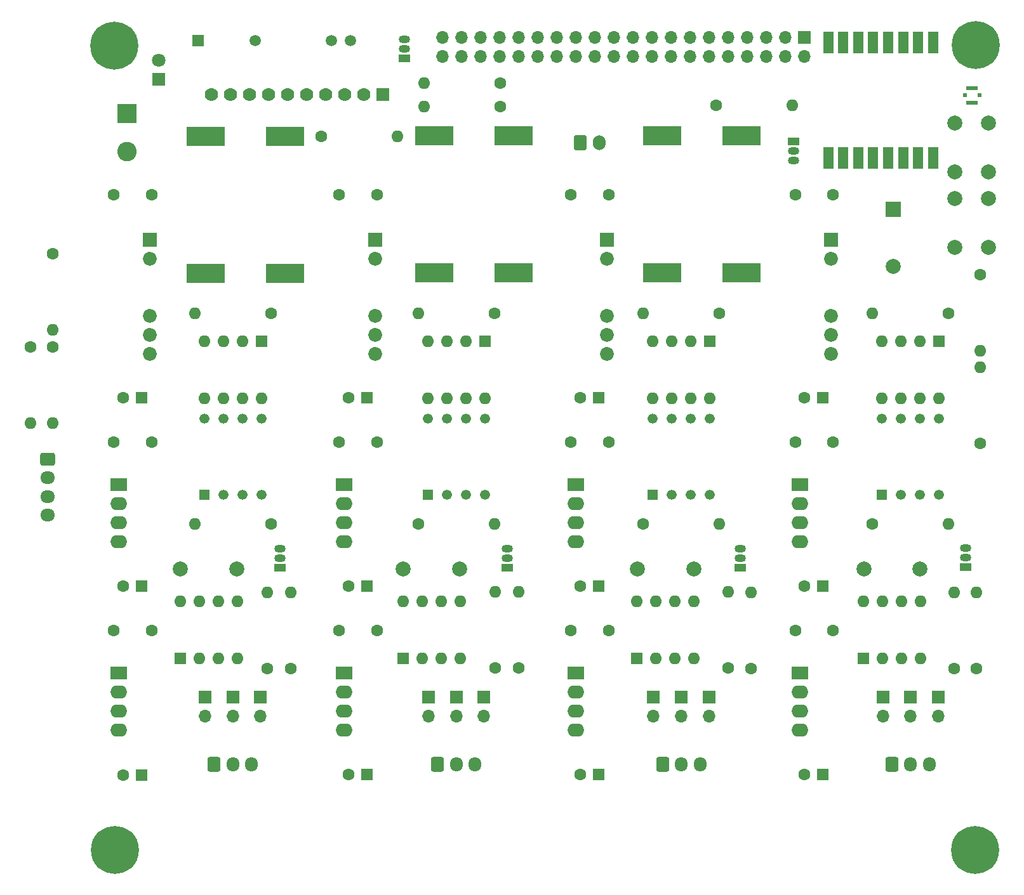
<source format=gbr>
%TF.GenerationSoftware,KiCad,Pcbnew,(6.0.5)*%
%TF.CreationDate,2022-07-22T00:14:58+07:00*%
%TF.ProjectId,MARUKO_Analog,4d415255-4b4f-45f4-916e-616c6f672e6b,rev?*%
%TF.SameCoordinates,Original*%
%TF.FileFunction,Soldermask,Top*%
%TF.FilePolarity,Negative*%
%FSLAX46Y46*%
G04 Gerber Fmt 4.6, Leading zero omitted, Abs format (unit mm)*
G04 Created by KiCad (PCBNEW (6.0.5)) date 2022-07-22 00:14:58*
%MOMM*%
%LPD*%
G01*
G04 APERTURE LIST*
G04 Aperture macros list*
%AMRoundRect*
0 Rectangle with rounded corners*
0 $1 Rounding radius*
0 $2 $3 $4 $5 $6 $7 $8 $9 X,Y pos of 4 corners*
0 Add a 4 corners polygon primitive as box body*
4,1,4,$2,$3,$4,$5,$6,$7,$8,$9,$2,$3,0*
0 Add four circle primitives for the rounded corners*
1,1,$1+$1,$2,$3*
1,1,$1+$1,$4,$5*
1,1,$1+$1,$6,$7*
1,1,$1+$1,$8,$9*
0 Add four rect primitives between the rounded corners*
20,1,$1+$1,$2,$3,$4,$5,0*
20,1,$1+$1,$4,$5,$6,$7,0*
20,1,$1+$1,$6,$7,$8,$9,0*
20,1,$1+$1,$8,$9,$2,$3,0*%
G04 Aperture macros list end*
%ADD10R,1.600000X1.600000*%
%ADD11O,1.600000X1.600000*%
%ADD12C,1.600000*%
%ADD13R,2.250000X1.750000*%
%ADD14O,2.250000X1.750000*%
%ADD15R,1.500000X1.050000*%
%ADD16O,1.500000X1.050000*%
%ADD17R,2.600000X2.600000*%
%ADD18C,2.600000*%
%ADD19R,1.850000X1.850000*%
%ADD20C,1.850000*%
%ADD21C,0.800000*%
%ADD22C,6.400000*%
%ADD23R,1.700000X1.700000*%
%ADD24O,1.700000X1.700000*%
%ADD25R,2.500000X2.500000*%
%ADD26C,2.000000*%
%ADD27R,1.338000X1.338000*%
%ADD28C,1.338000*%
%ADD29R,1.508000X1.508000*%
%ADD30C,1.508000*%
%ADD31R,2.000000X2.000000*%
%ADD32R,1.400000X3.000000*%
%ADD33R,0.600000X0.600000*%
%ADD34R,1.580000X0.580000*%
%ADD35R,0.500000X0.500000*%
%ADD36RoundRect,0.250000X-0.600000X-0.750000X0.600000X-0.750000X0.600000X0.750000X-0.600000X0.750000X0*%
%ADD37O,1.700000X2.000000*%
%ADD38RoundRect,0.250000X-0.725000X0.600000X-0.725000X-0.600000X0.725000X-0.600000X0.725000X0.600000X0*%
%ADD39O,1.950000X1.700000*%
%ADD40RoundRect,0.250000X-0.600000X-0.725000X0.600000X-0.725000X0.600000X0.725000X-0.600000X0.725000X0*%
%ADD41O,1.700000X1.950000*%
%ADD42R,1.800000X1.800000*%
%ADD43C,1.800000*%
%ADD44R,1.778000X1.778000*%
%ADD45C,1.778000*%
G04 APERTURE END LIST*
D10*
%TO.C,U4*%
X80165000Y-122600000D03*
D11*
X82705000Y-122600000D03*
X85245000Y-122600000D03*
X87785000Y-122600000D03*
X87785000Y-114980000D03*
X85245000Y-114980000D03*
X82705000Y-114980000D03*
X80165000Y-114980000D03*
%TD*%
D12*
%TO.C,R19*%
X186900000Y-71320000D03*
D11*
X186900000Y-81480000D03*
%TD*%
D12*
%TO.C,C19*%
X106400000Y-93680936D03*
X101400000Y-93680936D03*
%TD*%
%TO.C,R15*%
X122080000Y-76490184D03*
D11*
X111920000Y-76490184D03*
%TD*%
D12*
%TO.C,R5*%
X172520000Y-104600000D03*
D11*
X182680000Y-104600000D03*
%TD*%
D13*
%TO.C,PS4*%
X72000000Y-124500000D03*
D14*
X72000000Y-127040000D03*
X72000000Y-129580000D03*
X72000000Y-132120000D03*
%TD*%
D15*
%TO.C,Q4*%
X93460000Y-110470000D03*
D16*
X93460000Y-109200000D03*
X93460000Y-107930000D03*
%TD*%
D12*
%TO.C,R3*%
X125300000Y-123870184D03*
D11*
X125300000Y-113710184D03*
%TD*%
D17*
%TO.C,J7*%
X73095000Y-49855000D03*
D18*
X73095000Y-54935000D03*
%TD*%
D19*
%TO.C,PS10*%
X137110000Y-66651312D03*
D20*
X137110000Y-69191312D03*
X137110000Y-76811312D03*
X137110000Y-79351312D03*
X137110000Y-81891312D03*
%TD*%
D21*
%TO.C,H4*%
X186300000Y-43100000D03*
X186300000Y-38300000D03*
D22*
X186300000Y-40700000D03*
D21*
X188700000Y-40700000D03*
X184602944Y-39002944D03*
X187997056Y-42397056D03*
X187997056Y-39002944D03*
X183900000Y-40700000D03*
X184602944Y-42397056D03*
%TD*%
D10*
%TO.C,C14*%
X136005113Y-112935560D03*
D12*
X133505113Y-112935560D03*
%TD*%
D10*
%TO.C,C21*%
X165905113Y-87771124D03*
D12*
X163405113Y-87771124D03*
%TD*%
D23*
%TO.C,JP6*%
X177600000Y-127725184D03*
D24*
X177600000Y-130265184D03*
%TD*%
D12*
%TO.C,R29*%
X122880000Y-48900000D03*
D11*
X112720000Y-48900000D03*
%TD*%
D12*
%TO.C,R18*%
X99020000Y-52900000D03*
D11*
X109180000Y-52900000D03*
%TD*%
D23*
%TO.C,JP9*%
X120700000Y-127720184D03*
D24*
X120700000Y-130260184D03*
%TD*%
D10*
%TO.C,C7*%
X105105113Y-138100000D03*
D12*
X102605113Y-138100000D03*
%TD*%
D23*
%TO.C,JP2*%
X143300000Y-127720184D03*
D24*
X143300000Y-130260184D03*
%TD*%
D12*
%TO.C,R11*%
X122200000Y-123870184D03*
D11*
X122200000Y-113710184D03*
%TD*%
D25*
%TO.C,U17*%
X92921250Y-52900000D03*
X95461250Y-52900000D03*
X84821250Y-52880000D03*
X82281250Y-52880000D03*
X82281250Y-71180000D03*
X84821250Y-71180000D03*
X95461250Y-71200000D03*
X92921250Y-71200000D03*
%TD*%
D12*
%TO.C,R16*%
X92280000Y-76500000D03*
D11*
X82120000Y-76500000D03*
%TD*%
D12*
%TO.C,R33*%
X63200000Y-68520000D03*
D11*
X63200000Y-78680000D03*
%TD*%
D13*
%TO.C,PS5*%
X162857500Y-99325748D03*
D14*
X162857500Y-101865748D03*
X162857500Y-104405748D03*
X162857500Y-106945748D03*
%TD*%
D10*
%TO.C,C24*%
X75047613Y-87780940D03*
D12*
X72547613Y-87780940D03*
%TD*%
D23*
%TO.C,JP8*%
X147000000Y-127720184D03*
D24*
X147000000Y-130260184D03*
%TD*%
D15*
%TO.C,Q5*%
X110060000Y-42470000D03*
D16*
X110060000Y-41200000D03*
X110060000Y-39930000D03*
%TD*%
D26*
%TO.C,C4*%
X87715000Y-110600000D03*
X80215000Y-110600000D03*
%TD*%
D12*
%TO.C,C25*%
X167200000Y-60711316D03*
X162200000Y-60711316D03*
%TD*%
D26*
%TO.C,C2*%
X141150000Y-110590184D03*
X148650000Y-110590184D03*
%TD*%
D12*
%TO.C,C18*%
X137300000Y-93680936D03*
X132300000Y-93680936D03*
%TD*%
D10*
%TO.C,C15*%
X105105113Y-112935560D03*
D12*
X102605113Y-112935560D03*
%TD*%
%TO.C,R10*%
X153300000Y-123870184D03*
D11*
X153300000Y-113710184D03*
%TD*%
D13*
%TO.C,PS1*%
X162857500Y-124490184D03*
D14*
X162857500Y-127030184D03*
X162857500Y-129570184D03*
X162857500Y-132110184D03*
%TD*%
D12*
%TO.C,R9*%
X183400000Y-123880000D03*
D11*
X183400000Y-113720000D03*
%TD*%
D10*
%TO.C,C13*%
X165905113Y-112935560D03*
D12*
X163405113Y-112935560D03*
%TD*%
D27*
%TO.C,U5*%
X173790000Y-100682684D03*
D28*
X176330000Y-100682684D03*
X178870000Y-100682684D03*
X181410000Y-100682684D03*
X181410000Y-90522684D03*
X178870000Y-90522684D03*
X176330000Y-90522684D03*
X173790000Y-90522684D03*
%TD*%
D19*
%TO.C,PS11*%
X106210000Y-66651312D03*
D20*
X106210000Y-69191312D03*
X106210000Y-76811312D03*
X106210000Y-79351312D03*
X106210000Y-81891312D03*
%TD*%
D12*
%TO.C,R30*%
X122880000Y-45800000D03*
D11*
X112720000Y-45800000D03*
%TD*%
D25*
%TO.C,U18*%
X145700000Y-71100000D03*
X143160000Y-71100000D03*
X156340000Y-71120000D03*
X153800000Y-71120000D03*
X156340000Y-52820000D03*
X153800000Y-52820000D03*
X145700000Y-52800000D03*
X143160000Y-52800000D03*
%TD*%
D12*
%TO.C,C11*%
X106400000Y-118845372D03*
X101400000Y-118845372D03*
%TD*%
%TO.C,C12*%
X76342500Y-118855188D03*
X71342500Y-118855188D03*
%TD*%
D21*
%TO.C,H3*%
X187897056Y-146402944D03*
X188600000Y-148100000D03*
X184502944Y-149797056D03*
D22*
X186200000Y-148100000D03*
D21*
X186200000Y-145700000D03*
X184502944Y-146402944D03*
X183800000Y-148100000D03*
X186200000Y-150500000D03*
X187897056Y-149797056D03*
%TD*%
D15*
%TO.C,Q6*%
X161940000Y-53530000D03*
D16*
X161940000Y-54800000D03*
X161940000Y-56070000D03*
%TD*%
D10*
%TO.C,C6*%
X136005113Y-138100000D03*
D12*
X133505113Y-138100000D03*
%TD*%
D29*
%TO.C,K1*%
X82540000Y-40100000D03*
D30*
X90160000Y-40100000D03*
X100320000Y-40100000D03*
X102860000Y-40100000D03*
%TD*%
D10*
%TO.C,C23*%
X105105113Y-87771124D03*
D12*
X102605113Y-87771124D03*
%TD*%
%TO.C,R8*%
X92280000Y-104600000D03*
D11*
X82120000Y-104600000D03*
%TD*%
D12*
%TO.C,R12*%
X91800000Y-123880000D03*
D11*
X91800000Y-113720000D03*
%TD*%
D12*
%TO.C,R17*%
X151620000Y-48700000D03*
D11*
X161780000Y-48700000D03*
%TD*%
D31*
%TO.C,BZ1*%
X175300000Y-62600000D03*
D26*
X175300000Y-70200000D03*
%TD*%
D10*
%TO.C,U11*%
X120800000Y-80190184D03*
D11*
X118260000Y-80190184D03*
X115720000Y-80190184D03*
X113180000Y-80190184D03*
X113180000Y-87810184D03*
X115720000Y-87810184D03*
X118260000Y-87810184D03*
X120800000Y-87810184D03*
%TD*%
D10*
%TO.C,U3*%
X109900000Y-122590184D03*
D11*
X112440000Y-122590184D03*
X114980000Y-122590184D03*
X117520000Y-122590184D03*
X117520000Y-114970184D03*
X114980000Y-114970184D03*
X112440000Y-114970184D03*
X109900000Y-114970184D03*
%TD*%
D21*
%TO.C,H1*%
X73800000Y-40800000D03*
X69000000Y-40800000D03*
X73097056Y-42497056D03*
X69702944Y-42497056D03*
D22*
X71400000Y-40800000D03*
D21*
X71400000Y-38400000D03*
X73097056Y-39102944D03*
X71400000Y-43200000D03*
X69702944Y-39102944D03*
%TD*%
D10*
%TO.C,U9*%
X181400000Y-80190184D03*
D11*
X178860000Y-80190184D03*
X176320000Y-80190184D03*
X173780000Y-80190184D03*
X173780000Y-87810184D03*
X176320000Y-87810184D03*
X178860000Y-87810184D03*
X181400000Y-87810184D03*
%TD*%
D12*
%TO.C,C10*%
X137300000Y-118845372D03*
X132300000Y-118845372D03*
%TD*%
D15*
%TO.C,Q3*%
X123760000Y-110460184D03*
D16*
X123760000Y-109190184D03*
X123760000Y-107920184D03*
%TD*%
D19*
%TO.C,PS12*%
X76152500Y-66661128D03*
D20*
X76152500Y-69201128D03*
X76152500Y-76821128D03*
X76152500Y-79361128D03*
X76152500Y-81901128D03*
%TD*%
D32*
%TO.C,U14*%
X166600000Y-55762500D03*
X168600000Y-55762500D03*
X170600000Y-55762500D03*
X172600000Y-55762500D03*
X174600000Y-55762500D03*
X176600000Y-55762500D03*
X178600000Y-55762500D03*
X180600000Y-55762500D03*
X180600000Y-40362500D03*
X178600000Y-40362500D03*
X176600000Y-40362500D03*
X174600000Y-40362500D03*
X172600000Y-40362500D03*
X170600000Y-40362500D03*
X168600000Y-40362500D03*
X166600000Y-40362500D03*
%TD*%
D12*
%TO.C,C26*%
X137300000Y-60711316D03*
X132300000Y-60711316D03*
%TD*%
D26*
%TO.C,SW2*%
X183500000Y-61200000D03*
X183500000Y-67700000D03*
X188000000Y-61200000D03*
X188000000Y-67700000D03*
%TD*%
D15*
%TO.C,Q1*%
X184900000Y-110400000D03*
D16*
X184900000Y-109130000D03*
X184900000Y-107860000D03*
%TD*%
D13*
%TO.C,PS6*%
X132957500Y-99325748D03*
D14*
X132957500Y-101865748D03*
X132957500Y-104405748D03*
X132957500Y-106945748D03*
%TD*%
D12*
%TO.C,R31*%
X60200000Y-81020000D03*
D11*
X60200000Y-91180000D03*
%TD*%
D26*
%TO.C,C1*%
X171350000Y-110590184D03*
X178850000Y-110590184D03*
%TD*%
D12*
%TO.C,R7*%
X111920000Y-104600000D03*
D11*
X122080000Y-104600000D03*
%TD*%
D23*
%TO.C,JP10*%
X117000000Y-127720184D03*
D24*
X117000000Y-130260184D03*
%TD*%
D10*
%TO.C,C5*%
X165905113Y-138100000D03*
D12*
X163405113Y-138100000D03*
%TD*%
%TO.C,R6*%
X141920000Y-104600000D03*
D11*
X152080000Y-104600000D03*
%TD*%
D12*
%TO.C,C20*%
X76342500Y-93690752D03*
X71342500Y-93690752D03*
%TD*%
D27*
%TO.C,U6*%
X143190000Y-100682684D03*
D28*
X145730000Y-100682684D03*
X148270000Y-100682684D03*
X150810000Y-100682684D03*
X150810000Y-90522684D03*
X148270000Y-90522684D03*
X145730000Y-90522684D03*
X143190000Y-90522684D03*
%TD*%
D12*
%TO.C,R1*%
X186400000Y-123880000D03*
D11*
X186400000Y-113720000D03*
%TD*%
D12*
%TO.C,R2*%
X156300000Y-123880000D03*
D11*
X156300000Y-113720000D03*
%TD*%
D12*
%TO.C,C17*%
X167200000Y-93680936D03*
X162200000Y-93680936D03*
%TD*%
D23*
%TO.C,JP11*%
X90900000Y-127725000D03*
D24*
X90900000Y-130265000D03*
%TD*%
D21*
%TO.C,H2*%
X69802944Y-149797056D03*
X71500000Y-150500000D03*
X73900000Y-148100000D03*
X69100000Y-148100000D03*
X73197056Y-149797056D03*
X71500000Y-145700000D03*
D22*
X71500000Y-148100000D03*
D21*
X73197056Y-146402944D03*
X69802944Y-146402944D03*
%TD*%
D12*
%TO.C,C27*%
X106400000Y-60711316D03*
X101400000Y-60711316D03*
%TD*%
D33*
%TO.C,J2*%
X184800000Y-47400000D03*
D34*
X185800000Y-46440000D03*
D35*
X186800000Y-47400000D03*
D34*
X185800000Y-48360000D03*
%TD*%
D12*
%TO.C,R20*%
X186900000Y-93880000D03*
D11*
X186900000Y-83720000D03*
%TD*%
D12*
%TO.C,R4*%
X94900000Y-123880000D03*
D11*
X94900000Y-113720000D03*
%TD*%
D23*
%TO.C,JP1*%
X173900000Y-127725184D03*
D24*
X173900000Y-130265184D03*
%TD*%
D23*
%TO.C,JP7*%
X150700000Y-127720184D03*
D24*
X150700000Y-130260184D03*
%TD*%
D13*
%TO.C,PS8*%
X72000000Y-99335564D03*
D14*
X72000000Y-101875564D03*
X72000000Y-104415564D03*
X72000000Y-106955564D03*
%TD*%
D10*
%TO.C,U12*%
X91000000Y-80200000D03*
D11*
X88460000Y-80200000D03*
X85920000Y-80200000D03*
X83380000Y-80200000D03*
X83380000Y-87820000D03*
X85920000Y-87820000D03*
X88460000Y-87820000D03*
X91000000Y-87820000D03*
%TD*%
D12*
%TO.C,R14*%
X152080000Y-76490184D03*
D11*
X141920000Y-76490184D03*
%TD*%
D10*
%TO.C,C8*%
X75047613Y-138109816D03*
D12*
X72547613Y-138109816D03*
%TD*%
D13*
%TO.C,PS3*%
X102057500Y-124490184D03*
D14*
X102057500Y-127030184D03*
X102057500Y-129570184D03*
X102057500Y-132110184D03*
%TD*%
D23*
%TO.C,JP3*%
X113300000Y-127720184D03*
D24*
X113300000Y-130260184D03*
%TD*%
D23*
%TO.C,JP5*%
X181300000Y-127725184D03*
D24*
X181300000Y-130265184D03*
%TD*%
D13*
%TO.C,PS2*%
X132957500Y-124490184D03*
D14*
X132957500Y-127030184D03*
X132957500Y-129570184D03*
X132957500Y-132110184D03*
%TD*%
D36*
%TO.C,J10*%
X133550000Y-53700000D03*
D37*
X136050000Y-53700000D03*
%TD*%
D38*
%TO.C,J11*%
X62525000Y-95950000D03*
D39*
X62525000Y-98450000D03*
X62525000Y-100950000D03*
X62525000Y-103450000D03*
%TD*%
D40*
%TO.C,J5*%
X114500000Y-136665184D03*
D41*
X117000000Y-136665184D03*
X119500000Y-136665184D03*
%TD*%
D10*
%TO.C,U1*%
X171300000Y-122590184D03*
D11*
X173840000Y-122590184D03*
X176380000Y-122590184D03*
X178920000Y-122590184D03*
X178920000Y-114970184D03*
X176380000Y-114970184D03*
X173840000Y-114970184D03*
X171300000Y-114970184D03*
%TD*%
D40*
%TO.C,J6*%
X84700000Y-136675000D03*
D41*
X87200000Y-136675000D03*
X89700000Y-136675000D03*
%TD*%
D12*
%TO.C,R32*%
X63200000Y-81020000D03*
D11*
X63200000Y-91180000D03*
%TD*%
D40*
%TO.C,J3*%
X175100000Y-136665184D03*
D41*
X177600000Y-136665184D03*
X180100000Y-136665184D03*
%TD*%
D10*
%TO.C,U2*%
X141100000Y-122590184D03*
D11*
X143640000Y-122590184D03*
X146180000Y-122590184D03*
X148720000Y-122590184D03*
X148720000Y-114970184D03*
X146180000Y-114970184D03*
X143640000Y-114970184D03*
X141100000Y-114970184D03*
%TD*%
D15*
%TO.C,Q2*%
X154900000Y-110460184D03*
D16*
X154900000Y-109190184D03*
X154900000Y-107920184D03*
%TD*%
D10*
%TO.C,C22*%
X136005113Y-87771124D03*
D12*
X133505113Y-87771124D03*
%TD*%
%TO.C,C9*%
X167200000Y-118845372D03*
X162200000Y-118845372D03*
%TD*%
%TO.C,R13*%
X182680000Y-76490184D03*
D11*
X172520000Y-76490184D03*
%TD*%
D25*
%TO.C,U16*%
X112760000Y-71100000D03*
X115300000Y-71100000D03*
X123400000Y-71120000D03*
X125940000Y-71120000D03*
X123400000Y-52820000D03*
X125940000Y-52820000D03*
X112760000Y-52800000D03*
X115300000Y-52800000D03*
%TD*%
D40*
%TO.C,J4*%
X144500000Y-136665184D03*
D41*
X147000000Y-136665184D03*
X149500000Y-136665184D03*
%TD*%
D19*
%TO.C,PS9*%
X167010000Y-66651312D03*
D20*
X167010000Y-69191312D03*
X167010000Y-76811312D03*
X167010000Y-79351312D03*
X167010000Y-81891312D03*
%TD*%
D13*
%TO.C,PS7*%
X102057500Y-99325748D03*
D14*
X102057500Y-101865748D03*
X102057500Y-104405748D03*
X102057500Y-106945748D03*
%TD*%
D10*
%TO.C,C16*%
X75047613Y-112945376D03*
D12*
X72547613Y-112945376D03*
%TD*%
D23*
%TO.C,JP12*%
X87200000Y-127725000D03*
D24*
X87200000Y-130265000D03*
%TD*%
D42*
%TO.C,D1*%
X77300000Y-45275000D03*
D43*
X77300000Y-42735000D03*
%TD*%
D23*
%TO.C,J1*%
X163460000Y-39700000D03*
D24*
X163460000Y-42240000D03*
X160920000Y-39700000D03*
X160920000Y-42240000D03*
X158380000Y-39700000D03*
X158380000Y-42240000D03*
X155840000Y-39700000D03*
X155840000Y-42240000D03*
X153300000Y-39700000D03*
X153300000Y-42240000D03*
X150760000Y-39700000D03*
X150760000Y-42240000D03*
X148220000Y-39700000D03*
X148220000Y-42240000D03*
X145680000Y-39700000D03*
X145680000Y-42240000D03*
X143140000Y-39700000D03*
X143140000Y-42240000D03*
X140600000Y-39700000D03*
X140600000Y-42240000D03*
X138060000Y-39700000D03*
X138060000Y-42240000D03*
X135520000Y-39700000D03*
X135520000Y-42240000D03*
X132980000Y-39700000D03*
X132980000Y-42240000D03*
X130440000Y-39700000D03*
X130440000Y-42240000D03*
X127900000Y-39700000D03*
X127900000Y-42240000D03*
X125360000Y-39700000D03*
X125360000Y-42240000D03*
X122820000Y-39700000D03*
X122820000Y-42240000D03*
X120280000Y-39700000D03*
X120280000Y-42240000D03*
X117740000Y-39700000D03*
X117740000Y-42240000D03*
X115200000Y-39700000D03*
X115200000Y-42240000D03*
%TD*%
D10*
%TO.C,U10*%
X150800000Y-80190184D03*
D11*
X148260000Y-80190184D03*
X145720000Y-80190184D03*
X143180000Y-80190184D03*
X143180000Y-87810184D03*
X145720000Y-87810184D03*
X148260000Y-87810184D03*
X150800000Y-87810184D03*
%TD*%
D26*
%TO.C,C3*%
X117450000Y-110590184D03*
X109950000Y-110590184D03*
%TD*%
D27*
%TO.C,U8*%
X83390000Y-100692500D03*
D28*
X85930000Y-100692500D03*
X88470000Y-100692500D03*
X91010000Y-100692500D03*
X91010000Y-90532500D03*
X88470000Y-90532500D03*
X85930000Y-90532500D03*
X83390000Y-90532500D03*
%TD*%
D26*
%TO.C,SW1*%
X183500000Y-51100000D03*
X183500000Y-57600000D03*
X188000000Y-51100000D03*
X188000000Y-57600000D03*
%TD*%
D12*
%TO.C,C28*%
X76342500Y-60711316D03*
X71342500Y-60711316D03*
%TD*%
D23*
%TO.C,JP4*%
X83500000Y-127725000D03*
D24*
X83500000Y-130265000D03*
%TD*%
D27*
%TO.C,U7*%
X113190000Y-100682684D03*
D28*
X115730000Y-100682684D03*
X118270000Y-100682684D03*
X120810000Y-100682684D03*
X120810000Y-90522684D03*
X118270000Y-90522684D03*
X115730000Y-90522684D03*
X113190000Y-90522684D03*
%TD*%
D44*
%TO.C,U13*%
X107201500Y-47332500D03*
D45*
X104661500Y-47332500D03*
X102121500Y-47332500D03*
X99581500Y-47332500D03*
X97041500Y-47332500D03*
X94501500Y-47332500D03*
X91961500Y-47332500D03*
X89421500Y-47332500D03*
X86881500Y-47332500D03*
X84341500Y-47332500D03*
%TD*%
M02*

</source>
